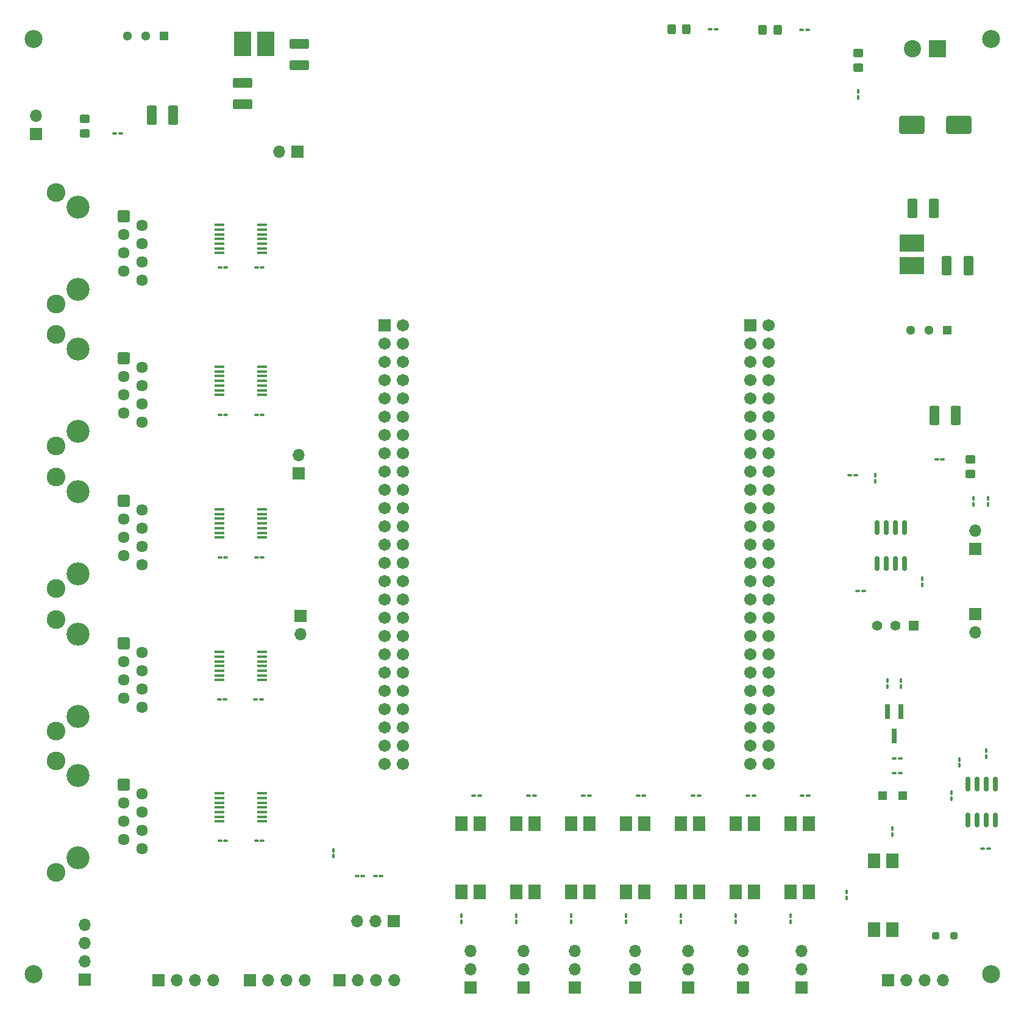
<source format=gts>
G04 #@! TF.GenerationSoftware,KiCad,Pcbnew,7.0.8*
G04 #@! TF.CreationDate,2023-12-11T18:28:00+01:00*
G04 #@! TF.ProjectId,stm_bob,73746d5f-626f-4622-9e6b-696361645f70,rev?*
G04 #@! TF.SameCoordinates,Original*
G04 #@! TF.FileFunction,Soldermask,Top*
G04 #@! TF.FilePolarity,Negative*
%FSLAX46Y46*%
G04 Gerber Fmt 4.6, Leading zero omitted, Abs format (unit mm)*
G04 Created by KiCad (PCBNEW 7.0.8) date 2023-12-11 18:28:00*
%MOMM*%
%LPD*%
G01*
G04 APERTURE LIST*
G04 Aperture macros list*
%AMRoundRect*
0 Rectangle with rounded corners*
0 $1 Rounding radius*
0 $2 $3 $4 $5 $6 $7 $8 $9 X,Y pos of 4 corners*
0 Add a 4 corners polygon primitive as box body*
4,1,4,$2,$3,$4,$5,$6,$7,$8,$9,$2,$3,0*
0 Add four circle primitives for the rounded corners*
1,1,$1+$1,$2,$3*
1,1,$1+$1,$4,$5*
1,1,$1+$1,$6,$7*
1,1,$1+$1,$8,$9*
0 Add four rect primitives between the rounded corners*
20,1,$1+$1,$2,$3,$4,$5,0*
20,1,$1+$1,$4,$5,$6,$7,0*
20,1,$1+$1,$6,$7,$8,$9,0*
20,1,$1+$1,$8,$9,$2,$3,0*%
G04 Aperture macros list end*
%ADD10R,1.700000X1.700000*%
%ADD11O,1.700000X1.700000*%
%ADD12R,0.650000X2.000000*%
%ADD13RoundRect,0.150000X0.150000X-0.825000X0.150000X0.825000X-0.150000X0.825000X-0.150000X-0.825000X0*%
%ADD14RoundRect,0.250000X-0.250000X-0.250000X0.250000X-0.250000X0.250000X0.250000X-0.250000X0.250000X0*%
%ADD15R,1.780000X2.000000*%
%ADD16RoundRect,0.100000X-0.217500X-0.100000X0.217500X-0.100000X0.217500X0.100000X-0.217500X0.100000X0*%
%ADD17R,1.409700X0.355600*%
%ADD18C,3.200000*%
%ADD19RoundRect,0.102000X-0.704000X0.704000X-0.704000X-0.704000X0.704000X-0.704000X0.704000X0.704000X0*%
%ADD20C,1.612000*%
%ADD21C,2.604000*%
%ADD22RoundRect,0.250000X0.450000X-0.325000X0.450000X0.325000X-0.450000X0.325000X-0.450000X-0.325000X0*%
%ADD23RoundRect,0.100000X0.217500X0.100000X-0.217500X0.100000X-0.217500X-0.100000X0.217500X-0.100000X0*%
%ADD24RoundRect,0.100000X0.100000X-0.217500X0.100000X0.217500X-0.100000X0.217500X-0.100000X-0.217500X0*%
%ADD25R,2.438400X3.505200*%
%ADD26C,2.500000*%
%ADD27RoundRect,0.102000X-0.754000X-0.754000X0.754000X-0.754000X0.754000X0.754000X-0.754000X0.754000X0*%
%ADD28C,1.712000*%
%ADD29R,3.505200X2.438400*%
%ADD30RoundRect,0.250001X-0.462499X-1.074999X0.462499X-1.074999X0.462499X1.074999X-0.462499X1.074999X0*%
%ADD31RoundRect,0.250001X-1.074999X0.462499X-1.074999X-0.462499X1.074999X-0.462499X1.074999X0.462499X0*%
%ADD32R,2.400000X2.400000*%
%ADD33C,2.400000*%
%ADD34RoundRect,0.250000X-1.500000X-1.000000X1.500000X-1.000000X1.500000X1.000000X-1.500000X1.000000X0*%
%ADD35RoundRect,0.100000X-0.100000X0.217500X-0.100000X-0.217500X0.100000X-0.217500X0.100000X0.217500X0*%
%ADD36RoundRect,0.250000X-0.450000X0.325000X-0.450000X-0.325000X0.450000X-0.325000X0.450000X0.325000X0*%
%ADD37RoundRect,0.250000X-0.325000X-0.450000X0.325000X-0.450000X0.325000X0.450000X-0.325000X0.450000X0*%
%ADD38RoundRect,0.150000X-0.150000X0.825000X-0.150000X-0.825000X0.150000X-0.825000X0.150000X0.825000X0*%
%ADD39R,1.300000X1.300000*%
%ADD40C,1.300000*%
%ADD41RoundRect,0.102000X0.609000X0.609000X-0.609000X0.609000X-0.609000X-0.609000X0.609000X-0.609000X0*%
%ADD42C,1.422000*%
%ADD43R,1.200000X1.200000*%
G04 APERTURE END LIST*
D10*
X60711000Y-50673000D03*
D11*
X58171000Y-50673000D03*
D12*
X144519028Y-128475423D03*
X142619028Y-128475423D03*
X143569028Y-131895423D03*
D13*
X153797000Y-143572000D03*
X155067000Y-143572000D03*
X156337000Y-143572000D03*
X157607000Y-143572000D03*
X157607000Y-138622000D03*
X156337000Y-138622000D03*
X155067000Y-138622000D03*
X153797000Y-138622000D03*
D14*
X149352000Y-159639000D03*
X151852000Y-159639000D03*
D10*
X61087000Y-115189000D03*
D11*
X61087000Y-117729000D03*
D15*
X91059700Y-153609000D03*
X93599700Y-153609000D03*
X93599700Y-144079000D03*
X91059700Y-144079000D03*
D16*
X137387500Y-95631000D03*
X138202500Y-95631000D03*
X49884500Y-87249000D03*
X50699500Y-87249000D03*
D10*
X66558000Y-165862000D03*
D11*
X69098000Y-165862000D03*
X71638000Y-165862000D03*
X74178000Y-165862000D03*
D17*
X55784750Y-64795400D03*
X55784750Y-64145414D03*
X55784750Y-63495428D03*
X55784750Y-62845442D03*
X55784750Y-62195456D03*
X55784750Y-61545470D03*
X55784750Y-60895484D03*
X49879250Y-60895484D03*
X49879250Y-61545470D03*
X49879250Y-62195456D03*
X49879250Y-62845442D03*
X49879250Y-63495428D03*
X49879250Y-64145414D03*
X49879250Y-64795400D03*
D18*
X30226000Y-137414000D03*
X30226000Y-148844000D03*
D19*
X36576000Y-138684000D03*
D20*
X39116000Y-139954000D03*
X36576000Y-141224000D03*
X39116000Y-142494000D03*
X36576000Y-143764000D03*
X39116000Y-145034000D03*
X36576000Y-146304000D03*
X39116000Y-147574000D03*
D21*
X27176000Y-135379000D03*
X27176000Y-150879000D03*
D22*
X154178000Y-95513000D03*
X154178000Y-93463000D03*
D10*
X154813000Y-114935000D03*
D11*
X154813000Y-117475000D03*
D23*
X118847000Y-33655000D03*
X118032000Y-33655000D03*
D24*
X91059700Y-157709000D03*
X91059700Y-156894000D03*
D18*
X30226000Y-97917000D03*
X30226000Y-109347000D03*
D19*
X36576000Y-99187000D03*
D20*
X39116000Y-100457000D03*
X36576000Y-101727000D03*
X39116000Y-102997000D03*
X36576000Y-104267000D03*
X39116000Y-105537000D03*
X36576000Y-106807000D03*
X39116000Y-108077000D03*
D21*
X27176000Y-95882000D03*
X27176000Y-111382000D03*
D10*
X31115000Y-165735000D03*
D11*
X31115000Y-163195000D03*
X31115000Y-160655000D03*
X31115000Y-158115000D03*
D16*
X49884500Y-146431000D03*
X50699500Y-146431000D03*
D24*
X144505117Y-125004223D03*
X144505117Y-124189223D03*
D25*
X56235600Y-35712400D03*
X53086000Y-35712400D03*
D23*
X124054700Y-140208000D03*
X123239700Y-140208000D03*
X55652500Y-126822000D03*
X54837500Y-126822000D03*
D26*
X157000000Y-165000000D03*
D15*
X106299700Y-153609000D03*
X108839700Y-153609000D03*
X108839700Y-144079000D03*
X106299700Y-144079000D03*
D23*
X69749500Y-151384000D03*
X68934500Y-151384000D03*
D27*
X72771000Y-74855000D03*
D28*
X75311000Y-74855000D03*
X72771000Y-77395000D03*
X75311000Y-77395000D03*
X72771000Y-79935000D03*
X75311000Y-79935000D03*
X72771000Y-82475000D03*
X75311000Y-82475000D03*
X72771000Y-85015000D03*
X75311000Y-85015000D03*
X72771000Y-87555000D03*
X75311000Y-87555000D03*
X72771000Y-90095000D03*
X75311000Y-90095000D03*
X72771000Y-92635000D03*
X75311000Y-92635000D03*
X72771000Y-95175000D03*
X75311000Y-95175000D03*
X72771000Y-97715000D03*
X75311000Y-97715000D03*
X72771000Y-100255000D03*
X75311000Y-100255000D03*
X72771000Y-102795000D03*
X75311000Y-102795000D03*
X72771000Y-105335000D03*
X75311000Y-105335000D03*
X72771000Y-107875000D03*
X75311000Y-107875000D03*
X72771000Y-110415000D03*
X75311000Y-110415000D03*
X72771000Y-112955000D03*
X75311000Y-112955000D03*
X72771000Y-115495000D03*
X75311000Y-115495000D03*
X72771000Y-118035000D03*
X75311000Y-118035000D03*
X72771000Y-120575000D03*
X75311000Y-120575000D03*
X72771000Y-123115000D03*
X75311000Y-123115000D03*
X72771000Y-125655000D03*
X75311000Y-125655000D03*
X72771000Y-128195000D03*
X75311000Y-128195000D03*
X72771000Y-130735000D03*
X75311000Y-130735000D03*
X72771000Y-133275000D03*
X75311000Y-133275000D03*
X72771000Y-135815000D03*
X75311000Y-135815000D03*
D27*
X123571000Y-74855000D03*
D28*
X126111000Y-74855000D03*
X123571000Y-77395000D03*
X126111000Y-77395000D03*
X123571000Y-79935000D03*
X126111000Y-79935000D03*
X123571000Y-82475000D03*
X126111000Y-82475000D03*
X123571000Y-85015000D03*
X126111000Y-85015000D03*
X123571000Y-87555000D03*
X126111000Y-87555000D03*
X123571000Y-90095000D03*
X126111000Y-90095000D03*
X123571000Y-92635000D03*
X126111000Y-92635000D03*
X123571000Y-95175000D03*
X126111000Y-95175000D03*
X123571000Y-97715000D03*
X126111000Y-97715000D03*
X123571000Y-100255000D03*
X126111000Y-100255000D03*
X123571000Y-102795000D03*
X126111000Y-102795000D03*
X123571000Y-105335000D03*
X126111000Y-105335000D03*
X123571000Y-107875000D03*
X126111000Y-107875000D03*
X123571000Y-110415000D03*
X126111000Y-110415000D03*
X123571000Y-112955000D03*
X126111000Y-112955000D03*
X123571000Y-115495000D03*
X126111000Y-115495000D03*
X123571000Y-118035000D03*
X126111000Y-118035000D03*
X123571000Y-120575000D03*
X126111000Y-120575000D03*
X123571000Y-123115000D03*
X126111000Y-123115000D03*
X123571000Y-125655000D03*
X126111000Y-125655000D03*
X123571000Y-128195000D03*
X126111000Y-128195000D03*
X123571000Y-130735000D03*
X126111000Y-130735000D03*
X123571000Y-133275000D03*
X126111000Y-133275000D03*
X123571000Y-135815000D03*
X126111000Y-135815000D03*
D29*
X146063700Y-63381250D03*
X146063700Y-66530850D03*
D17*
X55784750Y-104311958D03*
X55784750Y-103661972D03*
X55784750Y-103011986D03*
X55784750Y-102362000D03*
X55784750Y-101712014D03*
X55784750Y-101062028D03*
X55784750Y-100412042D03*
X49879250Y-100412042D03*
X49879250Y-101062028D03*
X49879250Y-101712014D03*
X49879250Y-102362000D03*
X49879250Y-103011986D03*
X49879250Y-103661972D03*
X49879250Y-104311958D03*
D30*
X40459000Y-45629500D03*
X43434000Y-45629500D03*
D31*
X53086000Y-41148000D03*
X53086000Y-44123000D03*
D23*
X131547000Y-33782000D03*
X130732000Y-33782000D03*
D24*
X98672548Y-157697425D03*
X98672548Y-156882425D03*
X147447000Y-110897500D03*
X147447000Y-110082500D03*
D16*
X138493017Y-111760000D03*
X139308017Y-111760000D03*
D10*
X74041000Y-157607000D03*
D11*
X71501000Y-157607000D03*
X68961000Y-157607000D03*
D32*
X149578000Y-36422000D03*
D33*
X146078000Y-36422000D03*
D24*
X113919700Y-157709000D03*
X113919700Y-156894000D03*
D23*
X55779500Y-66802000D03*
X54964500Y-66802000D03*
D24*
X151511000Y-140615500D03*
X151511000Y-139800500D03*
D34*
X146064900Y-46990000D03*
X152564900Y-46990000D03*
D16*
X143557965Y-137062628D03*
X144372965Y-137062628D03*
D10*
X130683000Y-166878000D03*
D11*
X130683000Y-164338000D03*
X130683000Y-161798000D03*
D10*
X92075000Y-166878000D03*
D11*
X92075000Y-164338000D03*
X92075000Y-161798000D03*
D24*
X83439700Y-157709000D03*
X83439700Y-156894000D03*
D23*
X36094500Y-48133000D03*
X35279500Y-48133000D03*
D15*
X83439700Y-153609000D03*
X85979700Y-153609000D03*
X85979700Y-144079000D03*
X83439700Y-144079000D03*
D10*
X99187000Y-166878000D03*
D11*
X99187000Y-164338000D03*
X99187000Y-161798000D03*
D10*
X84709000Y-166878000D03*
D11*
X84709000Y-164338000D03*
X84709000Y-161798000D03*
D26*
X24000000Y-165000000D03*
D24*
X136950750Y-154422000D03*
X136950750Y-153607000D03*
D18*
X30226000Y-78105000D03*
X30226000Y-89535000D03*
D19*
X36576000Y-79375000D03*
D20*
X39116000Y-80645000D03*
X36576000Y-81915000D03*
X39116000Y-83185000D03*
X36576000Y-84455000D03*
X39116000Y-85725000D03*
X36576000Y-86995000D03*
X39116000Y-88265000D03*
D21*
X27176000Y-76070000D03*
X27176000Y-91570000D03*
D35*
X140970000Y-95680000D03*
X140970000Y-96495000D03*
D15*
X121539700Y-153609000D03*
X124079700Y-153609000D03*
X124079700Y-144079000D03*
X121539700Y-144079000D03*
D36*
X138557000Y-36948000D03*
X138557000Y-38998000D03*
D37*
X125306500Y-33782000D03*
X127356500Y-33782000D03*
D23*
X85954700Y-140208000D03*
X85139700Y-140208000D03*
D24*
X121539700Y-157709000D03*
X121539700Y-156894000D03*
D26*
X24000000Y-35000000D03*
D30*
X149171000Y-87401400D03*
X152146000Y-87401400D03*
D37*
X112624000Y-33655000D03*
X114674000Y-33655000D03*
D30*
X150889700Y-66530850D03*
X153864700Y-66530850D03*
D16*
X149479000Y-93472000D03*
X150294000Y-93472000D03*
D23*
X93574700Y-140208000D03*
X92759700Y-140208000D03*
D10*
X41402000Y-165862000D03*
D11*
X43942000Y-165862000D03*
X46482000Y-165862000D03*
X49022000Y-165862000D03*
D24*
X152654000Y-135992000D03*
X152654000Y-135177000D03*
D35*
X156591000Y-98906500D03*
X156591000Y-99721500D03*
D23*
X55808747Y-107062666D03*
X54993747Y-107062666D03*
D10*
X114935000Y-166878000D03*
D11*
X114935000Y-164338000D03*
X114935000Y-161798000D03*
D24*
X129159700Y-157709000D03*
X129159700Y-156894000D03*
D23*
X156669000Y-147574000D03*
X155854000Y-147574000D03*
D17*
X55784750Y-84499958D03*
X55784750Y-83849972D03*
X55784750Y-83199986D03*
X55784750Y-82550000D03*
X55784750Y-81900014D03*
X55784750Y-81250028D03*
X55784750Y-80600042D03*
X49879250Y-80600042D03*
X49879250Y-81250028D03*
X49879250Y-81900014D03*
X49879250Y-82550000D03*
X49879250Y-83199986D03*
X49879250Y-83849972D03*
X49879250Y-84499958D03*
D35*
X143300750Y-144792500D03*
X143300750Y-145607500D03*
D26*
X157000000Y-35000000D03*
D16*
X71474500Y-151384000D03*
X72289500Y-151384000D03*
D23*
X55779500Y-87249000D03*
X54964500Y-87249000D03*
D15*
X98679700Y-153609000D03*
X101219700Y-153609000D03*
X101219700Y-144079000D03*
X98679700Y-144079000D03*
D30*
X146100200Y-58606050D03*
X149075200Y-58606050D03*
D16*
X49809000Y-126822000D03*
X50624000Y-126822000D03*
D18*
X30226000Y-117729000D03*
X30226000Y-129159000D03*
D19*
X36576000Y-118999000D03*
D20*
X39116000Y-120269000D03*
X36576000Y-121539000D03*
X39116000Y-122809000D03*
X36576000Y-124079000D03*
X39116000Y-125349000D03*
X36576000Y-126619000D03*
X39116000Y-127889000D03*
D21*
X27176000Y-115694000D03*
X27176000Y-131194000D03*
D36*
X31115000Y-46092000D03*
X31115000Y-48142000D03*
D23*
X55779500Y-146431000D03*
X54964500Y-146431000D03*
X131623900Y-140208000D03*
X130808900Y-140208000D03*
D15*
X113919700Y-153609000D03*
X116459700Y-153609000D03*
X116459700Y-144079000D03*
X113919700Y-144079000D03*
X143300750Y-149249500D03*
X140760750Y-149249500D03*
X140760750Y-158779500D03*
X143300750Y-158779500D03*
D18*
X30226000Y-58420000D03*
X30226000Y-69850000D03*
D19*
X36576000Y-59690000D03*
D20*
X39116000Y-60960000D03*
X36576000Y-62230000D03*
X39116000Y-63500000D03*
X36576000Y-64770000D03*
X39116000Y-66040000D03*
X36576000Y-67310000D03*
X39116000Y-68580000D03*
D21*
X27176000Y-56385000D03*
X27176000Y-71885000D03*
D10*
X154813000Y-105918000D03*
D11*
X154813000Y-103378000D03*
D10*
X54102000Y-165862000D03*
D11*
X56642000Y-165862000D03*
X59182000Y-165862000D03*
X61722000Y-165862000D03*
D15*
X129159700Y-153609000D03*
X131699700Y-153609000D03*
X131699700Y-144079000D03*
X129159700Y-144079000D03*
D38*
X144996517Y-102953882D03*
X143726517Y-102953882D03*
X142456517Y-102953882D03*
X141186517Y-102953882D03*
X141186517Y-107903882D03*
X142456517Y-107903882D03*
X143726517Y-107903882D03*
X144996517Y-107903882D03*
D39*
X42164000Y-34616500D03*
D40*
X39624000Y-34616500D03*
X37084000Y-34616500D03*
D39*
X150922398Y-75500537D03*
D40*
X148382398Y-75500537D03*
X145842398Y-75500537D03*
D17*
X55752300Y-124149358D03*
X55752300Y-123499372D03*
X55752300Y-122849386D03*
X55752300Y-122199400D03*
X55752300Y-121549414D03*
X55752300Y-120899428D03*
X55752300Y-120249442D03*
X49846800Y-120249442D03*
X49846800Y-120899428D03*
X49846800Y-121549414D03*
X49846800Y-122199400D03*
X49846800Y-122849386D03*
X49846800Y-123499372D03*
X49846800Y-124149358D03*
D31*
X60960000Y-35723500D03*
X60960000Y-38698500D03*
D10*
X60833000Y-95382000D03*
D11*
X60833000Y-92842000D03*
D23*
X116434700Y-140157200D03*
X115619700Y-140157200D03*
X144372965Y-135058628D03*
X143557965Y-135058628D03*
D24*
X106299700Y-157709000D03*
X106299700Y-156894000D03*
D35*
X65659000Y-147801500D03*
X65659000Y-148616500D03*
X154559000Y-98906500D03*
X154559000Y-99721500D03*
D10*
X142748000Y-165862000D03*
D11*
X145288000Y-165862000D03*
X147828000Y-165862000D03*
X150368000Y-165862000D03*
D10*
X24384000Y-48260000D03*
D11*
X24384000Y-45720000D03*
D16*
X49884500Y-66802000D03*
X50699500Y-66802000D03*
D35*
X156337000Y-133958500D03*
X156337000Y-134773500D03*
D23*
X101194700Y-140208000D03*
X100379700Y-140208000D03*
D41*
X146302580Y-116575882D03*
D42*
X143762580Y-116575882D03*
X141222580Y-116575882D03*
D16*
X49884500Y-107086400D03*
X50699500Y-107086400D03*
D24*
X138557000Y-43131000D03*
X138557000Y-42316000D03*
D10*
X107569000Y-166878000D03*
D11*
X107569000Y-164338000D03*
X107569000Y-161798000D03*
D24*
X142621000Y-125004223D03*
X142621000Y-124189223D03*
D10*
X122555000Y-166878000D03*
D11*
X122555000Y-164338000D03*
X122555000Y-161798000D03*
D17*
X55784750Y-143789400D03*
X55784750Y-143139414D03*
X55784750Y-142489428D03*
X55784750Y-141839442D03*
X55784750Y-141189456D03*
X55784750Y-140539470D03*
X55784750Y-139889484D03*
X49879250Y-139889484D03*
X49879250Y-140539470D03*
X49879250Y-141189456D03*
X49879250Y-141839442D03*
X49879250Y-142489428D03*
X49879250Y-143139414D03*
X49879250Y-143789400D03*
D43*
X144783000Y-140208000D03*
X141983000Y-140208000D03*
D23*
X108788600Y-140208000D03*
X107973600Y-140208000D03*
M02*

</source>
